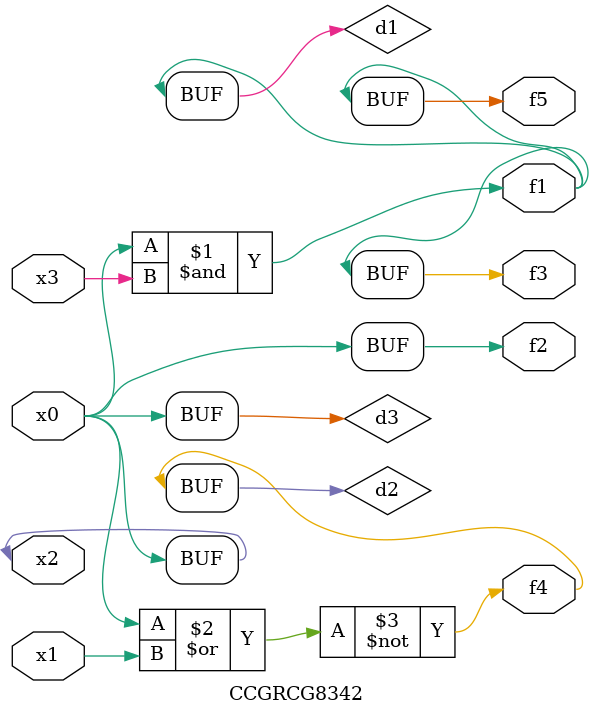
<source format=v>
module CCGRCG8342(
	input x0, x1, x2, x3,
	output f1, f2, f3, f4, f5
);

	wire d1, d2, d3;

	and (d1, x2, x3);
	nor (d2, x0, x1);
	buf (d3, x0, x2);
	assign f1 = d1;
	assign f2 = d3;
	assign f3 = d1;
	assign f4 = d2;
	assign f5 = d1;
endmodule

</source>
